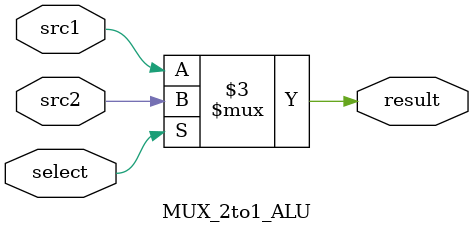
<source format=v>
`timescale 1ns/1ps

module MUX_2to1_ALU(
	input      src1,
	input      src2,
	input	   select,
	output reg result
	);
/* Write your code HERE */
	always @(*) begin
		if (select) begin
			result <= src2;
		end else begin
			result <= src1;
		end
	end
endmodule
</source>
